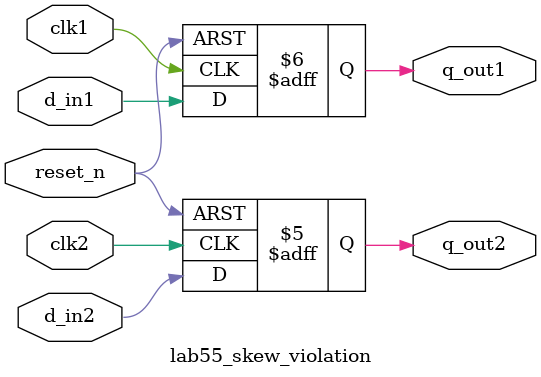
<source format=v>
`timescale 1ns / 1ps


module lab55_skew_violation(
                input d_in1, d_in2,
                input clk1, clk2,
                input reset_n,
                output reg q_out1, q_out2
                 
    );

always @(posedge clk1 or negedge reset_n)
begin
    if(!reset_n)
        q_out1 <= 1'b0;
    else 
        q_out1 <= d_in1;

end

always @(posedge clk2 or negedge reset_n)
begin
    if(!reset_n)
        q_out2 <= 1'b0;
    else 
        q_out2 <= d_in2;

end
    
endmodule

</source>
